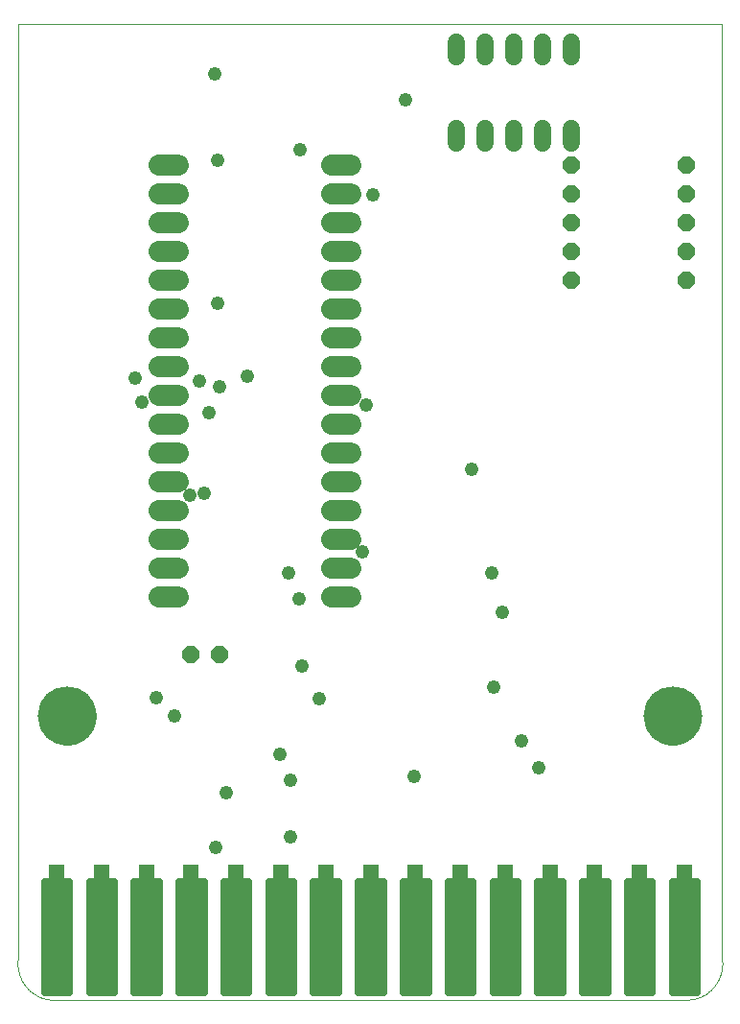
<source format=gbs>
G75*
%MOIN*%
%OFA0B0*%
%FSLAX25Y25*%
%IPPOS*%
%LPD*%
%AMOC8*
5,1,8,0,0,1.08239X$1,22.5*
%
%ADD10C,0.00000*%
%ADD11C,0.20485*%
%ADD12R,0.05800X0.05800*%
%ADD13C,0.02207*%
%ADD14C,0.07296*%
%ADD15OC8,0.06000*%
%ADD16C,0.06000*%
%ADD17C,0.04800*%
D10*
X0067595Y0047713D02*
X0067595Y0372634D01*
X0312516Y0372634D01*
X0312516Y0047713D01*
X0312517Y0047713D02*
X0312543Y0047410D01*
X0312563Y0047106D01*
X0312574Y0046802D01*
X0312579Y0046498D01*
X0312576Y0046194D01*
X0312566Y0045889D01*
X0312548Y0045586D01*
X0312524Y0045282D01*
X0312491Y0044980D01*
X0312452Y0044678D01*
X0312405Y0044377D01*
X0312351Y0044078D01*
X0312290Y0043780D01*
X0312221Y0043483D01*
X0312146Y0043189D01*
X0312063Y0042896D01*
X0311973Y0042605D01*
X0311877Y0042317D01*
X0311773Y0042030D01*
X0311663Y0041747D01*
X0311545Y0041466D01*
X0311421Y0041188D01*
X0311290Y0040914D01*
X0311153Y0040642D01*
X0311009Y0040374D01*
X0310859Y0040109D01*
X0310702Y0039849D01*
X0310539Y0039592D01*
X0310370Y0039339D01*
X0310195Y0039090D01*
X0310013Y0038845D01*
X0309826Y0038605D01*
X0309634Y0038370D01*
X0309435Y0038139D01*
X0309231Y0037913D01*
X0309022Y0037692D01*
X0308808Y0037477D01*
X0308588Y0037266D01*
X0308363Y0037061D01*
X0308133Y0036861D01*
X0307899Y0036667D01*
X0307660Y0036479D01*
X0307417Y0036296D01*
X0307169Y0036120D01*
X0306917Y0035949D01*
X0306661Y0035785D01*
X0306401Y0035627D01*
X0306137Y0035475D01*
X0305870Y0035330D01*
X0305599Y0035191D01*
X0305325Y0035058D01*
X0305048Y0034933D01*
X0304768Y0034814D01*
X0304485Y0034702D01*
X0304199Y0034596D01*
X0303911Y0034498D01*
X0303621Y0034407D01*
X0303329Y0034322D01*
X0303034Y0034245D01*
X0302738Y0034175D01*
X0302440Y0034112D01*
X0302141Y0034057D01*
X0301841Y0034008D01*
X0301539Y0033967D01*
X0301237Y0033933D01*
X0078875Y0033933D01*
X0078568Y0033968D01*
X0078262Y0034010D01*
X0077957Y0034059D01*
X0077653Y0034116D01*
X0077351Y0034180D01*
X0077050Y0034252D01*
X0076751Y0034331D01*
X0076455Y0034418D01*
X0076160Y0034512D01*
X0075868Y0034612D01*
X0075578Y0034720D01*
X0075292Y0034836D01*
X0075008Y0034958D01*
X0074727Y0035087D01*
X0074449Y0035223D01*
X0074175Y0035365D01*
X0073905Y0035515D01*
X0073638Y0035671D01*
X0073375Y0035833D01*
X0073116Y0036002D01*
X0072861Y0036177D01*
X0072611Y0036358D01*
X0072365Y0036546D01*
X0072124Y0036739D01*
X0071888Y0036939D01*
X0071657Y0037144D01*
X0071431Y0037354D01*
X0071210Y0037570D01*
X0070994Y0037792D01*
X0070784Y0038018D01*
X0070580Y0038250D01*
X0070381Y0038487D01*
X0070188Y0038729D01*
X0070002Y0038975D01*
X0069821Y0039225D01*
X0069646Y0039480D01*
X0069478Y0039740D01*
X0069316Y0040003D01*
X0069161Y0040270D01*
X0069012Y0040541D01*
X0068870Y0040816D01*
X0068735Y0041094D01*
X0068607Y0041375D01*
X0068485Y0041659D01*
X0068371Y0041946D01*
X0068264Y0042236D01*
X0068164Y0042528D01*
X0068071Y0042823D01*
X0067985Y0043120D01*
X0067907Y0043419D01*
X0067835Y0043720D01*
X0067772Y0044022D01*
X0067716Y0044326D01*
X0067667Y0044631D01*
X0067626Y0044937D01*
X0067592Y0045245D01*
X0067566Y0045553D01*
X0067547Y0045861D01*
X0067536Y0046170D01*
X0067533Y0046479D01*
X0067537Y0046788D01*
X0067549Y0047097D01*
X0067568Y0047405D01*
X0067595Y0047713D01*
X0074937Y0132358D02*
X0074940Y0132600D01*
X0074949Y0132841D01*
X0074964Y0133082D01*
X0074984Y0133323D01*
X0075011Y0133563D01*
X0075044Y0133802D01*
X0075082Y0134041D01*
X0075126Y0134278D01*
X0075176Y0134515D01*
X0075232Y0134750D01*
X0075294Y0134983D01*
X0075361Y0135215D01*
X0075434Y0135446D01*
X0075512Y0135674D01*
X0075597Y0135900D01*
X0075686Y0136125D01*
X0075781Y0136347D01*
X0075882Y0136566D01*
X0075988Y0136784D01*
X0076099Y0136998D01*
X0076216Y0137210D01*
X0076337Y0137418D01*
X0076464Y0137624D01*
X0076596Y0137826D01*
X0076733Y0138026D01*
X0076874Y0138221D01*
X0077020Y0138414D01*
X0077171Y0138602D01*
X0077327Y0138787D01*
X0077487Y0138968D01*
X0077651Y0139145D01*
X0077820Y0139318D01*
X0077993Y0139487D01*
X0078170Y0139651D01*
X0078351Y0139811D01*
X0078536Y0139967D01*
X0078724Y0140118D01*
X0078917Y0140264D01*
X0079112Y0140405D01*
X0079312Y0140542D01*
X0079514Y0140674D01*
X0079720Y0140801D01*
X0079928Y0140922D01*
X0080140Y0141039D01*
X0080354Y0141150D01*
X0080572Y0141256D01*
X0080791Y0141357D01*
X0081013Y0141452D01*
X0081238Y0141541D01*
X0081464Y0141626D01*
X0081692Y0141704D01*
X0081923Y0141777D01*
X0082155Y0141844D01*
X0082388Y0141906D01*
X0082623Y0141962D01*
X0082860Y0142012D01*
X0083097Y0142056D01*
X0083336Y0142094D01*
X0083575Y0142127D01*
X0083815Y0142154D01*
X0084056Y0142174D01*
X0084297Y0142189D01*
X0084538Y0142198D01*
X0084780Y0142201D01*
X0085022Y0142198D01*
X0085263Y0142189D01*
X0085504Y0142174D01*
X0085745Y0142154D01*
X0085985Y0142127D01*
X0086224Y0142094D01*
X0086463Y0142056D01*
X0086700Y0142012D01*
X0086937Y0141962D01*
X0087172Y0141906D01*
X0087405Y0141844D01*
X0087637Y0141777D01*
X0087868Y0141704D01*
X0088096Y0141626D01*
X0088322Y0141541D01*
X0088547Y0141452D01*
X0088769Y0141357D01*
X0088988Y0141256D01*
X0089206Y0141150D01*
X0089420Y0141039D01*
X0089632Y0140922D01*
X0089840Y0140801D01*
X0090046Y0140674D01*
X0090248Y0140542D01*
X0090448Y0140405D01*
X0090643Y0140264D01*
X0090836Y0140118D01*
X0091024Y0139967D01*
X0091209Y0139811D01*
X0091390Y0139651D01*
X0091567Y0139487D01*
X0091740Y0139318D01*
X0091909Y0139145D01*
X0092073Y0138968D01*
X0092233Y0138787D01*
X0092389Y0138602D01*
X0092540Y0138414D01*
X0092686Y0138221D01*
X0092827Y0138026D01*
X0092964Y0137826D01*
X0093096Y0137624D01*
X0093223Y0137418D01*
X0093344Y0137210D01*
X0093461Y0136998D01*
X0093572Y0136784D01*
X0093678Y0136566D01*
X0093779Y0136347D01*
X0093874Y0136125D01*
X0093963Y0135900D01*
X0094048Y0135674D01*
X0094126Y0135446D01*
X0094199Y0135215D01*
X0094266Y0134983D01*
X0094328Y0134750D01*
X0094384Y0134515D01*
X0094434Y0134278D01*
X0094478Y0134041D01*
X0094516Y0133802D01*
X0094549Y0133563D01*
X0094576Y0133323D01*
X0094596Y0133082D01*
X0094611Y0132841D01*
X0094620Y0132600D01*
X0094623Y0132358D01*
X0094620Y0132116D01*
X0094611Y0131875D01*
X0094596Y0131634D01*
X0094576Y0131393D01*
X0094549Y0131153D01*
X0094516Y0130914D01*
X0094478Y0130675D01*
X0094434Y0130438D01*
X0094384Y0130201D01*
X0094328Y0129966D01*
X0094266Y0129733D01*
X0094199Y0129501D01*
X0094126Y0129270D01*
X0094048Y0129042D01*
X0093963Y0128816D01*
X0093874Y0128591D01*
X0093779Y0128369D01*
X0093678Y0128150D01*
X0093572Y0127932D01*
X0093461Y0127718D01*
X0093344Y0127506D01*
X0093223Y0127298D01*
X0093096Y0127092D01*
X0092964Y0126890D01*
X0092827Y0126690D01*
X0092686Y0126495D01*
X0092540Y0126302D01*
X0092389Y0126114D01*
X0092233Y0125929D01*
X0092073Y0125748D01*
X0091909Y0125571D01*
X0091740Y0125398D01*
X0091567Y0125229D01*
X0091390Y0125065D01*
X0091209Y0124905D01*
X0091024Y0124749D01*
X0090836Y0124598D01*
X0090643Y0124452D01*
X0090448Y0124311D01*
X0090248Y0124174D01*
X0090046Y0124042D01*
X0089840Y0123915D01*
X0089632Y0123794D01*
X0089420Y0123677D01*
X0089206Y0123566D01*
X0088988Y0123460D01*
X0088769Y0123359D01*
X0088547Y0123264D01*
X0088322Y0123175D01*
X0088096Y0123090D01*
X0087868Y0123012D01*
X0087637Y0122939D01*
X0087405Y0122872D01*
X0087172Y0122810D01*
X0086937Y0122754D01*
X0086700Y0122704D01*
X0086463Y0122660D01*
X0086224Y0122622D01*
X0085985Y0122589D01*
X0085745Y0122562D01*
X0085504Y0122542D01*
X0085263Y0122527D01*
X0085022Y0122518D01*
X0084780Y0122515D01*
X0084538Y0122518D01*
X0084297Y0122527D01*
X0084056Y0122542D01*
X0083815Y0122562D01*
X0083575Y0122589D01*
X0083336Y0122622D01*
X0083097Y0122660D01*
X0082860Y0122704D01*
X0082623Y0122754D01*
X0082388Y0122810D01*
X0082155Y0122872D01*
X0081923Y0122939D01*
X0081692Y0123012D01*
X0081464Y0123090D01*
X0081238Y0123175D01*
X0081013Y0123264D01*
X0080791Y0123359D01*
X0080572Y0123460D01*
X0080354Y0123566D01*
X0080140Y0123677D01*
X0079928Y0123794D01*
X0079720Y0123915D01*
X0079514Y0124042D01*
X0079312Y0124174D01*
X0079112Y0124311D01*
X0078917Y0124452D01*
X0078724Y0124598D01*
X0078536Y0124749D01*
X0078351Y0124905D01*
X0078170Y0125065D01*
X0077993Y0125229D01*
X0077820Y0125398D01*
X0077651Y0125571D01*
X0077487Y0125748D01*
X0077327Y0125929D01*
X0077171Y0126114D01*
X0077020Y0126302D01*
X0076874Y0126495D01*
X0076733Y0126690D01*
X0076596Y0126890D01*
X0076464Y0127092D01*
X0076337Y0127298D01*
X0076216Y0127506D01*
X0076099Y0127718D01*
X0075988Y0127932D01*
X0075882Y0128150D01*
X0075781Y0128369D01*
X0075686Y0128591D01*
X0075597Y0128816D01*
X0075512Y0129042D01*
X0075434Y0129270D01*
X0075361Y0129501D01*
X0075294Y0129733D01*
X0075232Y0129966D01*
X0075176Y0130201D01*
X0075126Y0130438D01*
X0075082Y0130675D01*
X0075044Y0130914D01*
X0075011Y0131153D01*
X0074984Y0131393D01*
X0074964Y0131634D01*
X0074949Y0131875D01*
X0074940Y0132116D01*
X0074937Y0132358D01*
X0285488Y0132358D02*
X0285491Y0132600D01*
X0285500Y0132841D01*
X0285515Y0133082D01*
X0285535Y0133323D01*
X0285562Y0133563D01*
X0285595Y0133802D01*
X0285633Y0134041D01*
X0285677Y0134278D01*
X0285727Y0134515D01*
X0285783Y0134750D01*
X0285845Y0134983D01*
X0285912Y0135215D01*
X0285985Y0135446D01*
X0286063Y0135674D01*
X0286148Y0135900D01*
X0286237Y0136125D01*
X0286332Y0136347D01*
X0286433Y0136566D01*
X0286539Y0136784D01*
X0286650Y0136998D01*
X0286767Y0137210D01*
X0286888Y0137418D01*
X0287015Y0137624D01*
X0287147Y0137826D01*
X0287284Y0138026D01*
X0287425Y0138221D01*
X0287571Y0138414D01*
X0287722Y0138602D01*
X0287878Y0138787D01*
X0288038Y0138968D01*
X0288202Y0139145D01*
X0288371Y0139318D01*
X0288544Y0139487D01*
X0288721Y0139651D01*
X0288902Y0139811D01*
X0289087Y0139967D01*
X0289275Y0140118D01*
X0289468Y0140264D01*
X0289663Y0140405D01*
X0289863Y0140542D01*
X0290065Y0140674D01*
X0290271Y0140801D01*
X0290479Y0140922D01*
X0290691Y0141039D01*
X0290905Y0141150D01*
X0291123Y0141256D01*
X0291342Y0141357D01*
X0291564Y0141452D01*
X0291789Y0141541D01*
X0292015Y0141626D01*
X0292243Y0141704D01*
X0292474Y0141777D01*
X0292706Y0141844D01*
X0292939Y0141906D01*
X0293174Y0141962D01*
X0293411Y0142012D01*
X0293648Y0142056D01*
X0293887Y0142094D01*
X0294126Y0142127D01*
X0294366Y0142154D01*
X0294607Y0142174D01*
X0294848Y0142189D01*
X0295089Y0142198D01*
X0295331Y0142201D01*
X0295573Y0142198D01*
X0295814Y0142189D01*
X0296055Y0142174D01*
X0296296Y0142154D01*
X0296536Y0142127D01*
X0296775Y0142094D01*
X0297014Y0142056D01*
X0297251Y0142012D01*
X0297488Y0141962D01*
X0297723Y0141906D01*
X0297956Y0141844D01*
X0298188Y0141777D01*
X0298419Y0141704D01*
X0298647Y0141626D01*
X0298873Y0141541D01*
X0299098Y0141452D01*
X0299320Y0141357D01*
X0299539Y0141256D01*
X0299757Y0141150D01*
X0299971Y0141039D01*
X0300183Y0140922D01*
X0300391Y0140801D01*
X0300597Y0140674D01*
X0300799Y0140542D01*
X0300999Y0140405D01*
X0301194Y0140264D01*
X0301387Y0140118D01*
X0301575Y0139967D01*
X0301760Y0139811D01*
X0301941Y0139651D01*
X0302118Y0139487D01*
X0302291Y0139318D01*
X0302460Y0139145D01*
X0302624Y0138968D01*
X0302784Y0138787D01*
X0302940Y0138602D01*
X0303091Y0138414D01*
X0303237Y0138221D01*
X0303378Y0138026D01*
X0303515Y0137826D01*
X0303647Y0137624D01*
X0303774Y0137418D01*
X0303895Y0137210D01*
X0304012Y0136998D01*
X0304123Y0136784D01*
X0304229Y0136566D01*
X0304330Y0136347D01*
X0304425Y0136125D01*
X0304514Y0135900D01*
X0304599Y0135674D01*
X0304677Y0135446D01*
X0304750Y0135215D01*
X0304817Y0134983D01*
X0304879Y0134750D01*
X0304935Y0134515D01*
X0304985Y0134278D01*
X0305029Y0134041D01*
X0305067Y0133802D01*
X0305100Y0133563D01*
X0305127Y0133323D01*
X0305147Y0133082D01*
X0305162Y0132841D01*
X0305171Y0132600D01*
X0305174Y0132358D01*
X0305171Y0132116D01*
X0305162Y0131875D01*
X0305147Y0131634D01*
X0305127Y0131393D01*
X0305100Y0131153D01*
X0305067Y0130914D01*
X0305029Y0130675D01*
X0304985Y0130438D01*
X0304935Y0130201D01*
X0304879Y0129966D01*
X0304817Y0129733D01*
X0304750Y0129501D01*
X0304677Y0129270D01*
X0304599Y0129042D01*
X0304514Y0128816D01*
X0304425Y0128591D01*
X0304330Y0128369D01*
X0304229Y0128150D01*
X0304123Y0127932D01*
X0304012Y0127718D01*
X0303895Y0127506D01*
X0303774Y0127298D01*
X0303647Y0127092D01*
X0303515Y0126890D01*
X0303378Y0126690D01*
X0303237Y0126495D01*
X0303091Y0126302D01*
X0302940Y0126114D01*
X0302784Y0125929D01*
X0302624Y0125748D01*
X0302460Y0125571D01*
X0302291Y0125398D01*
X0302118Y0125229D01*
X0301941Y0125065D01*
X0301760Y0124905D01*
X0301575Y0124749D01*
X0301387Y0124598D01*
X0301194Y0124452D01*
X0300999Y0124311D01*
X0300799Y0124174D01*
X0300597Y0124042D01*
X0300391Y0123915D01*
X0300183Y0123794D01*
X0299971Y0123677D01*
X0299757Y0123566D01*
X0299539Y0123460D01*
X0299320Y0123359D01*
X0299098Y0123264D01*
X0298873Y0123175D01*
X0298647Y0123090D01*
X0298419Y0123012D01*
X0298188Y0122939D01*
X0297956Y0122872D01*
X0297723Y0122810D01*
X0297488Y0122754D01*
X0297251Y0122704D01*
X0297014Y0122660D01*
X0296775Y0122622D01*
X0296536Y0122589D01*
X0296296Y0122562D01*
X0296055Y0122542D01*
X0295814Y0122527D01*
X0295573Y0122518D01*
X0295331Y0122515D01*
X0295089Y0122518D01*
X0294848Y0122527D01*
X0294607Y0122542D01*
X0294366Y0122562D01*
X0294126Y0122589D01*
X0293887Y0122622D01*
X0293648Y0122660D01*
X0293411Y0122704D01*
X0293174Y0122754D01*
X0292939Y0122810D01*
X0292706Y0122872D01*
X0292474Y0122939D01*
X0292243Y0123012D01*
X0292015Y0123090D01*
X0291789Y0123175D01*
X0291564Y0123264D01*
X0291342Y0123359D01*
X0291123Y0123460D01*
X0290905Y0123566D01*
X0290691Y0123677D01*
X0290479Y0123794D01*
X0290271Y0123915D01*
X0290065Y0124042D01*
X0289863Y0124174D01*
X0289663Y0124311D01*
X0289468Y0124452D01*
X0289275Y0124598D01*
X0289087Y0124749D01*
X0288902Y0124905D01*
X0288721Y0125065D01*
X0288544Y0125229D01*
X0288371Y0125398D01*
X0288202Y0125571D01*
X0288038Y0125748D01*
X0287878Y0125929D01*
X0287722Y0126114D01*
X0287571Y0126302D01*
X0287425Y0126495D01*
X0287284Y0126690D01*
X0287147Y0126890D01*
X0287015Y0127092D01*
X0286888Y0127298D01*
X0286767Y0127506D01*
X0286650Y0127718D01*
X0286539Y0127932D01*
X0286433Y0128150D01*
X0286332Y0128369D01*
X0286237Y0128591D01*
X0286148Y0128816D01*
X0286063Y0129042D01*
X0285985Y0129270D01*
X0285912Y0129501D01*
X0285845Y0129733D01*
X0285783Y0129966D01*
X0285727Y0130201D01*
X0285677Y0130438D01*
X0285633Y0130675D01*
X0285595Y0130914D01*
X0285562Y0131153D01*
X0285535Y0131393D01*
X0285515Y0131634D01*
X0285500Y0131875D01*
X0285491Y0132116D01*
X0285488Y0132358D01*
D11*
X0295331Y0132358D03*
X0084780Y0132358D03*
D12*
X0081109Y0078211D03*
X0096699Y0078211D03*
X0112290Y0078211D03*
X0127880Y0078211D03*
X0143471Y0078211D03*
X0159061Y0078211D03*
X0174652Y0078211D03*
X0190243Y0078211D03*
X0205833Y0078211D03*
X0221424Y0078211D03*
X0237014Y0078211D03*
X0252605Y0078211D03*
X0268195Y0078211D03*
X0283786Y0078211D03*
X0299376Y0078211D03*
D13*
X0294961Y0075008D02*
X0294961Y0036414D01*
X0294961Y0075008D02*
X0303791Y0075008D01*
X0303791Y0036414D01*
X0294961Y0036414D01*
X0294961Y0038620D02*
X0303791Y0038620D01*
X0303791Y0040826D02*
X0294961Y0040826D01*
X0294961Y0043032D02*
X0303791Y0043032D01*
X0303791Y0045238D02*
X0294961Y0045238D01*
X0294961Y0047444D02*
X0303791Y0047444D01*
X0303791Y0049650D02*
X0294961Y0049650D01*
X0294961Y0051856D02*
X0303791Y0051856D01*
X0303791Y0054062D02*
X0294961Y0054062D01*
X0294961Y0056268D02*
X0303791Y0056268D01*
X0303791Y0058474D02*
X0294961Y0058474D01*
X0294961Y0060680D02*
X0303791Y0060680D01*
X0303791Y0062886D02*
X0294961Y0062886D01*
X0294961Y0065092D02*
X0303791Y0065092D01*
X0303791Y0067298D02*
X0294961Y0067298D01*
X0294961Y0069504D02*
X0303791Y0069504D01*
X0303791Y0071710D02*
X0294961Y0071710D01*
X0294961Y0073916D02*
X0303791Y0073916D01*
X0279371Y0075008D02*
X0279371Y0036414D01*
X0279371Y0075008D02*
X0288201Y0075008D01*
X0288201Y0036414D01*
X0279371Y0036414D01*
X0279371Y0038620D02*
X0288201Y0038620D01*
X0288201Y0040826D02*
X0279371Y0040826D01*
X0279371Y0043032D02*
X0288201Y0043032D01*
X0288201Y0045238D02*
X0279371Y0045238D01*
X0279371Y0047444D02*
X0288201Y0047444D01*
X0288201Y0049650D02*
X0279371Y0049650D01*
X0279371Y0051856D02*
X0288201Y0051856D01*
X0288201Y0054062D02*
X0279371Y0054062D01*
X0279371Y0056268D02*
X0288201Y0056268D01*
X0288201Y0058474D02*
X0279371Y0058474D01*
X0279371Y0060680D02*
X0288201Y0060680D01*
X0288201Y0062886D02*
X0279371Y0062886D01*
X0279371Y0065092D02*
X0288201Y0065092D01*
X0288201Y0067298D02*
X0279371Y0067298D01*
X0279371Y0069504D02*
X0288201Y0069504D01*
X0288201Y0071710D02*
X0279371Y0071710D01*
X0279371Y0073916D02*
X0288201Y0073916D01*
X0263780Y0075008D02*
X0263780Y0036414D01*
X0263780Y0075008D02*
X0272610Y0075008D01*
X0272610Y0036414D01*
X0263780Y0036414D01*
X0263780Y0038620D02*
X0272610Y0038620D01*
X0272610Y0040826D02*
X0263780Y0040826D01*
X0263780Y0043032D02*
X0272610Y0043032D01*
X0272610Y0045238D02*
X0263780Y0045238D01*
X0263780Y0047444D02*
X0272610Y0047444D01*
X0272610Y0049650D02*
X0263780Y0049650D01*
X0263780Y0051856D02*
X0272610Y0051856D01*
X0272610Y0054062D02*
X0263780Y0054062D01*
X0263780Y0056268D02*
X0272610Y0056268D01*
X0272610Y0058474D02*
X0263780Y0058474D01*
X0263780Y0060680D02*
X0272610Y0060680D01*
X0272610Y0062886D02*
X0263780Y0062886D01*
X0263780Y0065092D02*
X0272610Y0065092D01*
X0272610Y0067298D02*
X0263780Y0067298D01*
X0263780Y0069504D02*
X0272610Y0069504D01*
X0272610Y0071710D02*
X0263780Y0071710D01*
X0263780Y0073916D02*
X0272610Y0073916D01*
X0248190Y0075008D02*
X0248190Y0036414D01*
X0248190Y0075008D02*
X0257020Y0075008D01*
X0257020Y0036414D01*
X0248190Y0036414D01*
X0248190Y0038620D02*
X0257020Y0038620D01*
X0257020Y0040826D02*
X0248190Y0040826D01*
X0248190Y0043032D02*
X0257020Y0043032D01*
X0257020Y0045238D02*
X0248190Y0045238D01*
X0248190Y0047444D02*
X0257020Y0047444D01*
X0257020Y0049650D02*
X0248190Y0049650D01*
X0248190Y0051856D02*
X0257020Y0051856D01*
X0257020Y0054062D02*
X0248190Y0054062D01*
X0248190Y0056268D02*
X0257020Y0056268D01*
X0257020Y0058474D02*
X0248190Y0058474D01*
X0248190Y0060680D02*
X0257020Y0060680D01*
X0257020Y0062886D02*
X0248190Y0062886D01*
X0248190Y0065092D02*
X0257020Y0065092D01*
X0257020Y0067298D02*
X0248190Y0067298D01*
X0248190Y0069504D02*
X0257020Y0069504D01*
X0257020Y0071710D02*
X0248190Y0071710D01*
X0248190Y0073916D02*
X0257020Y0073916D01*
X0232599Y0075008D02*
X0232599Y0036414D01*
X0232599Y0075008D02*
X0241429Y0075008D01*
X0241429Y0036414D01*
X0232599Y0036414D01*
X0232599Y0038620D02*
X0241429Y0038620D01*
X0241429Y0040826D02*
X0232599Y0040826D01*
X0232599Y0043032D02*
X0241429Y0043032D01*
X0241429Y0045238D02*
X0232599Y0045238D01*
X0232599Y0047444D02*
X0241429Y0047444D01*
X0241429Y0049650D02*
X0232599Y0049650D01*
X0232599Y0051856D02*
X0241429Y0051856D01*
X0241429Y0054062D02*
X0232599Y0054062D01*
X0232599Y0056268D02*
X0241429Y0056268D01*
X0241429Y0058474D02*
X0232599Y0058474D01*
X0232599Y0060680D02*
X0241429Y0060680D01*
X0241429Y0062886D02*
X0232599Y0062886D01*
X0232599Y0065092D02*
X0241429Y0065092D01*
X0241429Y0067298D02*
X0232599Y0067298D01*
X0232599Y0069504D02*
X0241429Y0069504D01*
X0241429Y0071710D02*
X0232599Y0071710D01*
X0232599Y0073916D02*
X0241429Y0073916D01*
X0217009Y0075008D02*
X0217009Y0036414D01*
X0217009Y0075008D02*
X0225839Y0075008D01*
X0225839Y0036414D01*
X0217009Y0036414D01*
X0217009Y0038620D02*
X0225839Y0038620D01*
X0225839Y0040826D02*
X0217009Y0040826D01*
X0217009Y0043032D02*
X0225839Y0043032D01*
X0225839Y0045238D02*
X0217009Y0045238D01*
X0217009Y0047444D02*
X0225839Y0047444D01*
X0225839Y0049650D02*
X0217009Y0049650D01*
X0217009Y0051856D02*
X0225839Y0051856D01*
X0225839Y0054062D02*
X0217009Y0054062D01*
X0217009Y0056268D02*
X0225839Y0056268D01*
X0225839Y0058474D02*
X0217009Y0058474D01*
X0217009Y0060680D02*
X0225839Y0060680D01*
X0225839Y0062886D02*
X0217009Y0062886D01*
X0217009Y0065092D02*
X0225839Y0065092D01*
X0225839Y0067298D02*
X0217009Y0067298D01*
X0217009Y0069504D02*
X0225839Y0069504D01*
X0225839Y0071710D02*
X0217009Y0071710D01*
X0217009Y0073916D02*
X0225839Y0073916D01*
X0201418Y0075008D02*
X0201418Y0036414D01*
X0201418Y0075008D02*
X0210248Y0075008D01*
X0210248Y0036414D01*
X0201418Y0036414D01*
X0201418Y0038620D02*
X0210248Y0038620D01*
X0210248Y0040826D02*
X0201418Y0040826D01*
X0201418Y0043032D02*
X0210248Y0043032D01*
X0210248Y0045238D02*
X0201418Y0045238D01*
X0201418Y0047444D02*
X0210248Y0047444D01*
X0210248Y0049650D02*
X0201418Y0049650D01*
X0201418Y0051856D02*
X0210248Y0051856D01*
X0210248Y0054062D02*
X0201418Y0054062D01*
X0201418Y0056268D02*
X0210248Y0056268D01*
X0210248Y0058474D02*
X0201418Y0058474D01*
X0201418Y0060680D02*
X0210248Y0060680D01*
X0210248Y0062886D02*
X0201418Y0062886D01*
X0201418Y0065092D02*
X0210248Y0065092D01*
X0210248Y0067298D02*
X0201418Y0067298D01*
X0201418Y0069504D02*
X0210248Y0069504D01*
X0210248Y0071710D02*
X0201418Y0071710D01*
X0201418Y0073916D02*
X0210248Y0073916D01*
X0185828Y0075008D02*
X0185828Y0036414D01*
X0185828Y0075008D02*
X0194658Y0075008D01*
X0194658Y0036414D01*
X0185828Y0036414D01*
X0185828Y0038620D02*
X0194658Y0038620D01*
X0194658Y0040826D02*
X0185828Y0040826D01*
X0185828Y0043032D02*
X0194658Y0043032D01*
X0194658Y0045238D02*
X0185828Y0045238D01*
X0185828Y0047444D02*
X0194658Y0047444D01*
X0194658Y0049650D02*
X0185828Y0049650D01*
X0185828Y0051856D02*
X0194658Y0051856D01*
X0194658Y0054062D02*
X0185828Y0054062D01*
X0185828Y0056268D02*
X0194658Y0056268D01*
X0194658Y0058474D02*
X0185828Y0058474D01*
X0185828Y0060680D02*
X0194658Y0060680D01*
X0194658Y0062886D02*
X0185828Y0062886D01*
X0185828Y0065092D02*
X0194658Y0065092D01*
X0194658Y0067298D02*
X0185828Y0067298D01*
X0185828Y0069504D02*
X0194658Y0069504D01*
X0194658Y0071710D02*
X0185828Y0071710D01*
X0185828Y0073916D02*
X0194658Y0073916D01*
X0170237Y0075008D02*
X0170237Y0036414D01*
X0170237Y0075008D02*
X0179067Y0075008D01*
X0179067Y0036414D01*
X0170237Y0036414D01*
X0170237Y0038620D02*
X0179067Y0038620D01*
X0179067Y0040826D02*
X0170237Y0040826D01*
X0170237Y0043032D02*
X0179067Y0043032D01*
X0179067Y0045238D02*
X0170237Y0045238D01*
X0170237Y0047444D02*
X0179067Y0047444D01*
X0179067Y0049650D02*
X0170237Y0049650D01*
X0170237Y0051856D02*
X0179067Y0051856D01*
X0179067Y0054062D02*
X0170237Y0054062D01*
X0170237Y0056268D02*
X0179067Y0056268D01*
X0179067Y0058474D02*
X0170237Y0058474D01*
X0170237Y0060680D02*
X0179067Y0060680D01*
X0179067Y0062886D02*
X0170237Y0062886D01*
X0170237Y0065092D02*
X0179067Y0065092D01*
X0179067Y0067298D02*
X0170237Y0067298D01*
X0170237Y0069504D02*
X0179067Y0069504D01*
X0179067Y0071710D02*
X0170237Y0071710D01*
X0170237Y0073916D02*
X0179067Y0073916D01*
X0154646Y0075008D02*
X0154646Y0036414D01*
X0154646Y0075008D02*
X0163476Y0075008D01*
X0163476Y0036414D01*
X0154646Y0036414D01*
X0154646Y0038620D02*
X0163476Y0038620D01*
X0163476Y0040826D02*
X0154646Y0040826D01*
X0154646Y0043032D02*
X0163476Y0043032D01*
X0163476Y0045238D02*
X0154646Y0045238D01*
X0154646Y0047444D02*
X0163476Y0047444D01*
X0163476Y0049650D02*
X0154646Y0049650D01*
X0154646Y0051856D02*
X0163476Y0051856D01*
X0163476Y0054062D02*
X0154646Y0054062D01*
X0154646Y0056268D02*
X0163476Y0056268D01*
X0163476Y0058474D02*
X0154646Y0058474D01*
X0154646Y0060680D02*
X0163476Y0060680D01*
X0163476Y0062886D02*
X0154646Y0062886D01*
X0154646Y0065092D02*
X0163476Y0065092D01*
X0163476Y0067298D02*
X0154646Y0067298D01*
X0154646Y0069504D02*
X0163476Y0069504D01*
X0163476Y0071710D02*
X0154646Y0071710D01*
X0154646Y0073916D02*
X0163476Y0073916D01*
X0139056Y0075008D02*
X0139056Y0036414D01*
X0139056Y0075008D02*
X0147886Y0075008D01*
X0147886Y0036414D01*
X0139056Y0036414D01*
X0139056Y0038620D02*
X0147886Y0038620D01*
X0147886Y0040826D02*
X0139056Y0040826D01*
X0139056Y0043032D02*
X0147886Y0043032D01*
X0147886Y0045238D02*
X0139056Y0045238D01*
X0139056Y0047444D02*
X0147886Y0047444D01*
X0147886Y0049650D02*
X0139056Y0049650D01*
X0139056Y0051856D02*
X0147886Y0051856D01*
X0147886Y0054062D02*
X0139056Y0054062D01*
X0139056Y0056268D02*
X0147886Y0056268D01*
X0147886Y0058474D02*
X0139056Y0058474D01*
X0139056Y0060680D02*
X0147886Y0060680D01*
X0147886Y0062886D02*
X0139056Y0062886D01*
X0139056Y0065092D02*
X0147886Y0065092D01*
X0147886Y0067298D02*
X0139056Y0067298D01*
X0139056Y0069504D02*
X0147886Y0069504D01*
X0147886Y0071710D02*
X0139056Y0071710D01*
X0139056Y0073916D02*
X0147886Y0073916D01*
X0123465Y0075008D02*
X0123465Y0036414D01*
X0123465Y0075008D02*
X0132295Y0075008D01*
X0132295Y0036414D01*
X0123465Y0036414D01*
X0123465Y0038620D02*
X0132295Y0038620D01*
X0132295Y0040826D02*
X0123465Y0040826D01*
X0123465Y0043032D02*
X0132295Y0043032D01*
X0132295Y0045238D02*
X0123465Y0045238D01*
X0123465Y0047444D02*
X0132295Y0047444D01*
X0132295Y0049650D02*
X0123465Y0049650D01*
X0123465Y0051856D02*
X0132295Y0051856D01*
X0132295Y0054062D02*
X0123465Y0054062D01*
X0123465Y0056268D02*
X0132295Y0056268D01*
X0132295Y0058474D02*
X0123465Y0058474D01*
X0123465Y0060680D02*
X0132295Y0060680D01*
X0132295Y0062886D02*
X0123465Y0062886D01*
X0123465Y0065092D02*
X0132295Y0065092D01*
X0132295Y0067298D02*
X0123465Y0067298D01*
X0123465Y0069504D02*
X0132295Y0069504D01*
X0132295Y0071710D02*
X0123465Y0071710D01*
X0123465Y0073916D02*
X0132295Y0073916D01*
X0107875Y0075008D02*
X0107875Y0036414D01*
X0107875Y0075008D02*
X0116705Y0075008D01*
X0116705Y0036414D01*
X0107875Y0036414D01*
X0107875Y0038620D02*
X0116705Y0038620D01*
X0116705Y0040826D02*
X0107875Y0040826D01*
X0107875Y0043032D02*
X0116705Y0043032D01*
X0116705Y0045238D02*
X0107875Y0045238D01*
X0107875Y0047444D02*
X0116705Y0047444D01*
X0116705Y0049650D02*
X0107875Y0049650D01*
X0107875Y0051856D02*
X0116705Y0051856D01*
X0116705Y0054062D02*
X0107875Y0054062D01*
X0107875Y0056268D02*
X0116705Y0056268D01*
X0116705Y0058474D02*
X0107875Y0058474D01*
X0107875Y0060680D02*
X0116705Y0060680D01*
X0116705Y0062886D02*
X0107875Y0062886D01*
X0107875Y0065092D02*
X0116705Y0065092D01*
X0116705Y0067298D02*
X0107875Y0067298D01*
X0107875Y0069504D02*
X0116705Y0069504D01*
X0116705Y0071710D02*
X0107875Y0071710D01*
X0107875Y0073916D02*
X0116705Y0073916D01*
X0092284Y0075008D02*
X0092284Y0036414D01*
X0092284Y0075008D02*
X0101114Y0075008D01*
X0101114Y0036414D01*
X0092284Y0036414D01*
X0092284Y0038620D02*
X0101114Y0038620D01*
X0101114Y0040826D02*
X0092284Y0040826D01*
X0092284Y0043032D02*
X0101114Y0043032D01*
X0101114Y0045238D02*
X0092284Y0045238D01*
X0092284Y0047444D02*
X0101114Y0047444D01*
X0101114Y0049650D02*
X0092284Y0049650D01*
X0092284Y0051856D02*
X0101114Y0051856D01*
X0101114Y0054062D02*
X0092284Y0054062D01*
X0092284Y0056268D02*
X0101114Y0056268D01*
X0101114Y0058474D02*
X0092284Y0058474D01*
X0092284Y0060680D02*
X0101114Y0060680D01*
X0101114Y0062886D02*
X0092284Y0062886D01*
X0092284Y0065092D02*
X0101114Y0065092D01*
X0101114Y0067298D02*
X0092284Y0067298D01*
X0092284Y0069504D02*
X0101114Y0069504D01*
X0101114Y0071710D02*
X0092284Y0071710D01*
X0092284Y0073916D02*
X0101114Y0073916D01*
X0076694Y0075008D02*
X0076694Y0036414D01*
X0076694Y0075008D02*
X0085524Y0075008D01*
X0085524Y0036414D01*
X0076694Y0036414D01*
X0076694Y0038620D02*
X0085524Y0038620D01*
X0085524Y0040826D02*
X0076694Y0040826D01*
X0076694Y0043032D02*
X0085524Y0043032D01*
X0085524Y0045238D02*
X0076694Y0045238D01*
X0076694Y0047444D02*
X0085524Y0047444D01*
X0085524Y0049650D02*
X0076694Y0049650D01*
X0076694Y0051856D02*
X0085524Y0051856D01*
X0085524Y0054062D02*
X0076694Y0054062D01*
X0076694Y0056268D02*
X0085524Y0056268D01*
X0085524Y0058474D02*
X0076694Y0058474D01*
X0076694Y0060680D02*
X0085524Y0060680D01*
X0085524Y0062886D02*
X0076694Y0062886D01*
X0076694Y0065092D02*
X0085524Y0065092D01*
X0085524Y0067298D02*
X0076694Y0067298D01*
X0076694Y0069504D02*
X0085524Y0069504D01*
X0085524Y0071710D02*
X0076694Y0071710D01*
X0076694Y0073916D02*
X0085524Y0073916D01*
D14*
X0116847Y0173933D02*
X0123343Y0173933D01*
X0123343Y0183933D02*
X0116847Y0183933D01*
X0116847Y0193933D02*
X0123343Y0193933D01*
X0123343Y0203933D02*
X0116847Y0203933D01*
X0116847Y0213933D02*
X0123343Y0213933D01*
X0123343Y0223933D02*
X0116847Y0223933D01*
X0116847Y0233933D02*
X0123343Y0233933D01*
X0123343Y0243933D02*
X0116847Y0243933D01*
X0116847Y0253933D02*
X0123343Y0253933D01*
X0123343Y0263933D02*
X0116847Y0263933D01*
X0116847Y0273933D02*
X0123343Y0273933D01*
X0123343Y0283933D02*
X0116847Y0283933D01*
X0116847Y0293933D02*
X0123343Y0293933D01*
X0123343Y0303933D02*
X0116847Y0303933D01*
X0116847Y0313933D02*
X0123343Y0313933D01*
X0123343Y0323933D02*
X0116847Y0323933D01*
X0176847Y0323933D02*
X0183343Y0323933D01*
X0183343Y0313933D02*
X0176847Y0313933D01*
X0176847Y0303933D02*
X0183343Y0303933D01*
X0183343Y0293933D02*
X0176847Y0293933D01*
X0176847Y0283933D02*
X0183343Y0283933D01*
X0183343Y0273933D02*
X0176847Y0273933D01*
X0176847Y0263933D02*
X0183343Y0263933D01*
X0183343Y0253933D02*
X0176847Y0253933D01*
X0176847Y0243933D02*
X0183343Y0243933D01*
X0183343Y0233933D02*
X0176847Y0233933D01*
X0176847Y0223933D02*
X0183343Y0223933D01*
X0183343Y0213933D02*
X0176847Y0213933D01*
X0176847Y0203933D02*
X0183343Y0203933D01*
X0183343Y0193933D02*
X0176847Y0193933D01*
X0176847Y0183933D02*
X0183343Y0183933D01*
X0183343Y0173933D02*
X0176847Y0173933D01*
D15*
X0137595Y0153933D03*
X0127595Y0153933D03*
X0260095Y0283933D03*
X0260095Y0293933D03*
X0260095Y0303933D03*
X0260095Y0313933D03*
X0260095Y0323933D03*
X0300095Y0323933D03*
X0300095Y0313933D03*
X0300095Y0303933D03*
X0300095Y0293933D03*
X0300095Y0283933D03*
D16*
X0260095Y0331333D02*
X0260095Y0336533D01*
X0250095Y0336533D02*
X0250095Y0331333D01*
X0240095Y0331333D02*
X0240095Y0336533D01*
X0230095Y0336533D02*
X0230095Y0331333D01*
X0220095Y0331333D02*
X0220095Y0336533D01*
X0220095Y0361333D02*
X0220095Y0366533D01*
X0230095Y0366533D02*
X0230095Y0361333D01*
X0240095Y0361333D02*
X0240095Y0366533D01*
X0250095Y0366533D02*
X0250095Y0361333D01*
X0260095Y0361333D02*
X0260095Y0366533D01*
D17*
X0202495Y0346533D03*
X0191095Y0313533D03*
X0165895Y0329133D03*
X0137195Y0325533D03*
X0135995Y0355533D03*
X0137195Y0275733D03*
X0147295Y0250533D03*
X0137695Y0246933D03*
X0130595Y0248733D03*
X0134095Y0237933D03*
X0110695Y0241533D03*
X0108295Y0249933D03*
X0127495Y0209133D03*
X0132295Y0209733D03*
X0161695Y0182133D03*
X0165295Y0173133D03*
X0166495Y0149733D03*
X0172495Y0138333D03*
X0158695Y0119133D03*
X0162295Y0110133D03*
X0162295Y0090333D03*
X0140095Y0105933D03*
X0136495Y0086733D03*
X0122195Y0132333D03*
X0115595Y0138933D03*
X0187495Y0189333D03*
X0225295Y0218133D03*
X0232495Y0182133D03*
X0236195Y0168333D03*
X0233095Y0142533D03*
X0242795Y0123933D03*
X0248695Y0114333D03*
X0205495Y0111333D03*
X0188695Y0240333D03*
M02*

</source>
